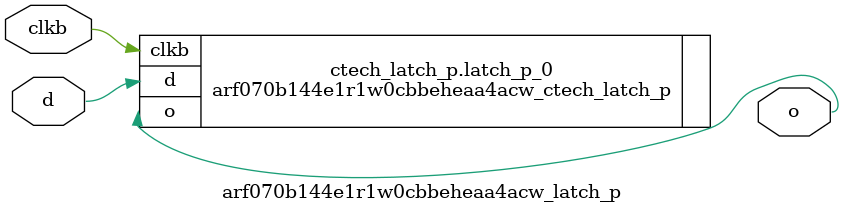
<source format=sv>

`ifndef ARF070B144E1R1W0CBBEHEAA4ACW_LATCH_P_SV
`define ARF070B144E1R1W0CBBEHEAA4ACW_LATCH_P_SV

module arf070b144e1r1w0cbbeheaa4acw_latch_p #
(
  parameter CTECH = 1
)
(
  output logic o,
  input  logic d,
  input  logic clkb
);

  if (CTECH == 1) begin: ctech_latch_p
    arf070b144e1r1w0cbbeheaa4acw_ctech_latch_p latch_p_0 (.o(o),.d(d),.clkb(clkb));
  end
  else begin
    always_latch begin
      if (~clkb) begin
        o <= d;
      end
    end
  end

endmodule // arf070b144e1r1w0cbbeheaa4acw_latch_p

`endif // ARF070B144E1R1W0CBBEHEAA4ACW_LATCH_P_SV
</source>
